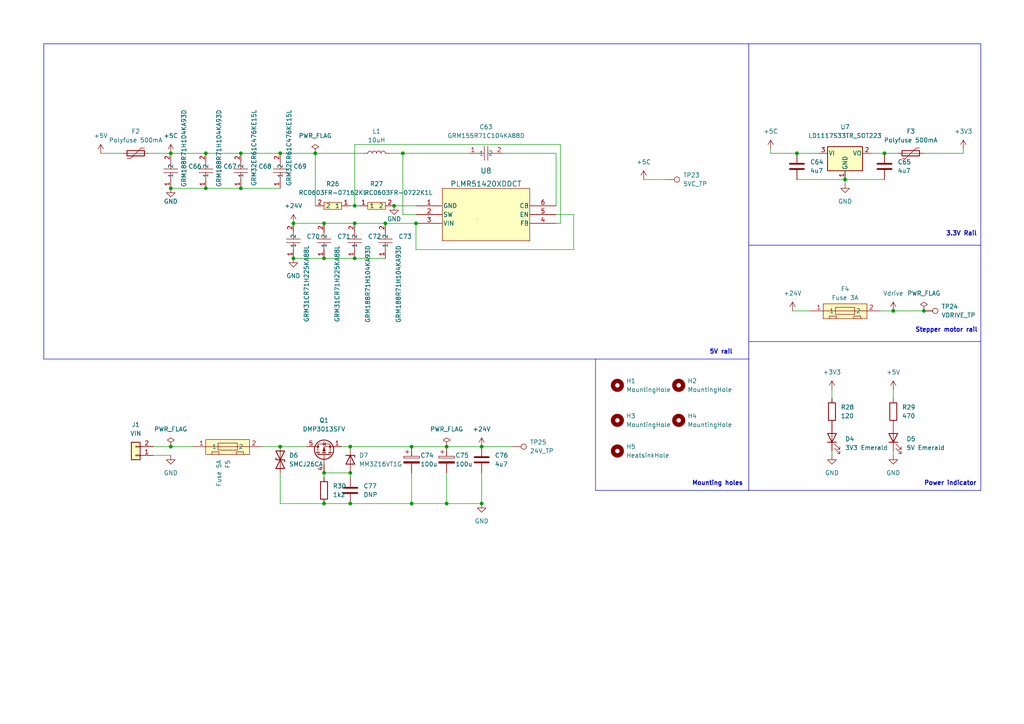
<source format=kicad_sch>
(kicad_sch (version 20230121) (generator eeschema)
  (paper "A4")
  (title_block (title "Power section") (date "2024-02-20") (rev "1.0a") (company "Vogslab"))
  (lib_symbols
    (symbol "Connector:TestPoint" (pin_numbers hide) (pin_names (offset 0.762) hide)
      (property "Reference" "TP" (at 0 6.858 0))
      (property "Value" "TestPoint" (at 0 5.08 0))
      (symbol "TestPoint_0_1"
        (circle (center 0 3.302) (radius 0.762))
      )
      (symbol "TestPoint_1_1"
        (pin passive line (at 0 0 90) (length 2.54) (name "1") (number "1"))
      )
    )
    (symbol "Connector_Generic:Conn_01x02" (pin_names (offset 1.016) hide)
      (property "Reference" "J" (at 0 2.54 0))
      (property "Value" "Conn_01x02" (at 0 -5.08 0))
      (symbol "Conn_01x02_1_1"
        (rectangle (start -1.27 -2.413) (end 0 -2.667) (stroke (width 0.1524)))
        (rectangle (start -1.27 0.127) (end 0 -0.127) (stroke (width 0.1524)))
        (rectangle (start -1.27 1.27) (end 1.27 -3.81) (stroke (width 0.254)) (fill (type background)))
        (pin passive line (at -5.08 0 0) (length 3.81) (name "Pin_1") (number "1"))
        (pin passive line (at -5.08 -2.54 0) (length 3.81) (name "Pin_2") (number "2"))
      )
    )
    (symbol "Device:C" (pin_numbers hide) (pin_names (offset 0.254))
      (property "Reference" "C" (at 0.635 2.54 0))
      (property "Value" "C" (at 0.635 -2.54 0))
      (symbol "C_0_1"
        (polyline (pts (xy -2.032 -0.762) (xy 2.032 -0.762)) (stroke (width 0.508)))
        (polyline (pts (xy -2.032 0.762) (xy 2.032 0.762)) (stroke (width 0.508)))
      )
      (symbol "C_1_1"
        (pin passive line (at 0 3.81 270) (length 2.794) (name "~") (number "1"))
        (pin passive line (at 0 -3.81 90) (length 2.794) (name "~") (number "2"))
      )
    )
    (symbol "Device:C_Polarized" (pin_numbers hide) (pin_names (offset 0.254))
      (property "Reference" "C" (at 0.635 2.54 0))
      (property "Value" "C_Polarized" (at 0.635 -2.54 0))
      (symbol "C_Polarized_0_1"
        (rectangle (start -2.286 0.508) (end 2.286 1.016))
        (polyline (pts (xy -1.778 2.286) (xy -0.762 2.286)))
        (polyline (pts (xy -1.27 2.794) (xy -1.27 1.778)))
        (rectangle (start 2.286 -0.508) (end -2.286 -1.016) (fill (type outline)))
      )
      (symbol "C_Polarized_1_1"
        (pin passive line (at 0 3.81 270) (length 2.794) (name "~") (number "1"))
        (pin passive line (at 0 -3.81 90) (length 2.794) (name "~") (number "2"))
      )
    )
    (symbol "Device:D_TVS" (pin_numbers hide) (pin_names (offset 1.016) hide)
      (property "Reference" "D" (at 0 2.54 0))
      (property "Value" "D_TVS" (at 0 -2.54 0))
      (symbol "D_TVS_0_1"
        (polyline (pts (xy 1.27 0) (xy -1.27 0)))
        (polyline (pts (xy 0.508 1.27) (xy 0 1.27) (xy 0 -1.27) (xy -0.508 -1.27)) (stroke (width 0.254)))
        (polyline (pts (xy -2.54 1.27) (xy -2.54 -1.27) (xy 2.54 1.27) (xy 2.54 -1.27) (xy -2.54 1.27)) (stroke (width 0.254)))
      )
      (symbol "D_TVS_1_1"
        (pin passive line (at -3.81 0 0) (length 2.54) (name "A1") (number "1"))
        (pin passive line (at 3.81 0 180) (length 2.54) (name "A2") (number "2"))
      )
    )
    (symbol "Device:D_Zener" (pin_numbers hide) (pin_names (offset 1.016) hide)
      (property "Reference" "D" (at 0 2.54 0))
      (property "Value" "D_Zener" (at 0 -2.54 0))
      (symbol "D_Zener_0_1"
        (polyline (pts (xy 1.27 0) (xy -1.27 0)))
        (polyline (pts (xy -1.27 -1.27) (xy -1.27 1.27) (xy -0.762 1.27)) (stroke (width 0.254)))
        (polyline (pts (xy 1.27 -1.27) (xy 1.27 1.27) (xy -1.27 0) (xy 1.27 -1.27)) (stroke (width 0.254)))
      )
      (symbol "D_Zener_1_1"
        (pin passive line (at -3.81 0 0) (length 2.54) (name "K") (number "1"))
        (pin passive line (at 3.81 0 180) (length 2.54) (name "A") (number "2"))
      )
    )
    (symbol "Device:L" (pin_numbers hide) (pin_names (offset 1.016) hide)
      (property "Reference" "L" (at -1.27 0 90))
      (property "Value" "L" (at 1.905 0 90))
      (symbol "L_0_1"
        (arc (start 0 -2.54) (mid 0.6323 -1.905) (end 0 -1.27))
        (arc (start 0 -1.27) (mid 0.6323 -0.635) (end 0 0))
        (arc (start 0 0) (mid 0.6323 0.635) (end 0 1.27))
        (arc (start 0 1.27) (mid 0.6323 1.905) (end 0 2.54))
      )
      (symbol "L_1_1"
        (pin passive line (at 0 3.81 270) (length 1.27) (name "1") (number "1"))
        (pin passive line (at 0 -3.81 90) (length 1.27) (name "2") (number "2"))
      )
    )
    (symbol "Device:LED" (pin_numbers hide) (pin_names (offset 1.016) hide)
      (property "Reference" "D" (at 0 2.54 0))
      (property "Value" "LED" (at 0 -2.54 0))
      (symbol "LED_0_1"
        (polyline (pts (xy -1.27 -1.27) (xy -1.27 1.27)) (stroke (width 0.254)))
        (polyline (pts (xy -1.27 0) (xy 1.27 0)))
        (polyline (pts (xy 1.27 -1.27) (xy 1.27 1.27) (xy -1.27 0) (xy 1.27 -1.27)) (stroke (width 0.254)))
        (polyline (pts (xy -3.048 -0.762) (xy -4.572 -2.286) (xy -3.81 -2.286) (xy -4.572 -2.286) (xy -4.572 -1.524)))
        (polyline (pts (xy -1.778 -0.762) (xy -3.302 -2.286) (xy -2.54 -2.286) (xy -3.302 -2.286) (xy -3.302 -1.524)))
      )
      (symbol "LED_1_1"
        (pin passive line (at -3.81 0 0) (length 2.54) (name "K") (number "1"))
        (pin passive line (at 3.81 0 180) (length 2.54) (name "A") (number "2"))
      )
    )
    (symbol "Device:Polyfuse" (pin_numbers hide) (pin_names (offset 0))
      (property "Reference" "F" (at -2.54 0 90))
      (property "Value" "Polyfuse" (at 2.54 0 90))
      (symbol "Polyfuse_0_1"
        (rectangle (start -0.762 2.54) (end 0.762 -2.54) (stroke (width 0.254)))
        (polyline (pts (xy 0 2.54) (xy 0 -2.54)))
        (polyline (pts (xy -1.524 2.54) (xy -1.524 1.524) (xy 1.524 -1.524) (xy 1.524 -2.54)))
      )
      (symbol "Polyfuse_1_1"
        (pin passive line (at 0 3.81 270) (length 1.27) (name "~") (number "1"))
        (pin passive line (at 0 -3.81 90) (length 1.27) (name "~") (number "2"))
      )
    )
    (symbol "Device:R" (pin_numbers hide) (pin_names (offset 0))
      (property "Reference" "R" (at 2.032 0 90))
      (property "Value" "R" (at 0 0 90))
      (symbol "R_0_1"
        (rectangle (start -1.016 -2.54) (end 1.016 2.54) (stroke (width 0.254)))
      )
      (symbol "R_1_1"
        (pin passive line (at 0 3.81 270) (length 1.27) (name "~") (number "1"))
        (pin passive line (at 0 -3.81 90) (length 1.27) (name "~") (number "2"))
      )
    )
    (symbol "Mechanical:MountingHole" (pin_names (offset 1.016))
      (property "Reference" "H" (at 0 5.08 0))
      (property "Value" "MountingHole" (at 0 3.175 0))
      (symbol "MountingHole_0_1"
        (circle (center 0 0) (radius 1.27) (stroke (width 1.27)))
      )
    )
    (symbol "Regulator_Linear:LD1117S33TR_SOT223" (pin_names (offset 0.254))
      (property "Reference" "U" (at -3.81 3.175 0))
      (property "Value" "LD1117S33TR_SOT223" (at 0 3.175 0))
      (symbol "LD1117S33TR_SOT223_0_1"
        (rectangle (start -5.08 -5.08) (end 5.08 1.905) (stroke (width 0.254)) (fill (type background)))
      )
      (symbol "LD1117S33TR_SOT223_1_1"
        (pin power_in line (at 0 -7.62 90) (length 2.54) (name "GND") (number "1"))
        (pin power_out line (at 7.62 0 180) (length 2.54) (name "VO") (number "2"))
        (pin power_in line (at -7.62 0 0) (length 2.54) (name "VI") (number "3"))
      )
    )
    (symbol "Transistor_FET:DMP3013SFV" (pin_names hide)
      (property "Reference" "Q" (at 5.08 1.905 0))
      (property "Value" "DMP3013SFV" (at 5.08 0 0))
      (symbol "DMP3013SFV_0_1"
        (polyline (pts (xy 0.254 0) (xy -2.54 0)))
        (polyline (pts (xy 0.254 1.905) (xy 0.254 -1.905)) (stroke (width 0.254)))
        (polyline (pts (xy 0.762 -1.27) (xy 0.762 -2.286)) (stroke (width 0.254)))
        (polyline (pts (xy 0.762 0.508) (xy 0.762 -0.508)) (stroke (width 0.254)))
        (polyline (pts (xy 0.762 2.286) (xy 0.762 1.27)) (stroke (width 0.254)))
        (polyline (pts (xy 2.54 2.54) (xy 2.54 1.778)))
        (polyline (pts (xy 2.54 -2.54) (xy 2.54 0) (xy 0.762 0)))
        (polyline (pts (xy 0.762 1.778) (xy 3.302 1.778) (xy 3.302 -1.778) (xy 0.762 -1.778)))
        (polyline (pts (xy 2.286 0) (xy 1.27 0.381) (xy 1.27 -0.381) (xy 2.286 0)) (fill (type outline)))
        (polyline (pts (xy 2.794 -0.508) (xy 2.921 -0.381) (xy 3.683 -0.381) (xy 3.81 -0.254)))
        (polyline (pts (xy 3.302 -0.381) (xy 2.921 0.254) (xy 3.683 0.254) (xy 3.302 -0.381)))
        (circle (center 1.651 0) (radius 2.794) (stroke (width 0.254)))
        (circle (center 2.54 -1.778) (radius 0.254) (fill (type outline)))
        (circle (center 2.54 1.778) (radius 0.254) (fill (type outline)))
      )
      (symbol "DMP3013SFV_1_1"
        (pin passive line (at 2.54 -5.08 90) (length 2.54) (name "S") (number "1"))
        (pin passive line (at 2.54 -5.08 90) (length 2.54) hide (name "S") (number "2"))
        (pin passive line (at 2.54 -5.08 90) (length 2.54) hide (name "S") (number "3"))
        (pin passive line (at -5.08 0 0) (length 2.54) (name "G") (number "4"))
        (pin passive line (at 2.54 5.08 270) (length 2.54) (name "D") (number "5"))
      )
    )
    (symbol "easyeda2kicad:GRM155R71C104KA88D"
      (property "Reference" "C" (at 0 5.08 0))
      (property "Value" "GRM155R71C104KA88D" (at 0 -5.08 0))
      (symbol "GRM155R71C104KA88D_0_1"
        (polyline (pts (xy -0.51 -2.03) (xy -0.51 2.03)))
        (polyline (pts (xy -0.51 0) (xy -2.54 0)))
        (polyline (pts (xy 0.51 2.03) (xy 0.51 -2.03)))
        (polyline (pts (xy 2.54 0) (xy 0.51 0)))
        (pin unspecified line (at -5.08 0 0) (length 2.54) (name "1") (number "1"))
        (pin unspecified line (at 5.08 0 180) (length 2.54) (name "2") (number "2"))
      )
    )
    (symbol "easyeda2kicad:GRM188R71H104KA93D"
      (property "Reference" "C" (at 0 5.08 0))
      (property "Value" "GRM188R71H104KA93D" (at 0 -5.08 0))
      (symbol "GRM188R71H104KA93D_0_1"
        (polyline (pts (xy -0.51 -2.03) (xy -0.51 2.03)))
        (polyline (pts (xy -0.51 0) (xy -2.54 0)))
        (polyline (pts (xy 0.51 2.03) (xy 0.51 -2.03)))
        (polyline (pts (xy 2.54 0) (xy 0.51 0)))
        (pin unspecified line (at -5.08 0 0) (length 2.54) (name "1") (number "1"))
        (pin unspecified line (at 5.08 0 180) (length 2.54) (name "2") (number "2"))
      )
    )
    (symbol "easyeda2kicad:GRM31CR71H225KA88L"
      (property "Reference" "C" (at 0 5.08 0))
      (property "Value" "GRM31CR71H225KA88L" (at 0 -5.08 0))
      (symbol "GRM31CR71H225KA88L_0_1"
        (polyline (pts (xy -0.51 -2.03) (xy -0.51 2.03)))
        (polyline (pts (xy -0.51 0) (xy -2.54 0)))
        (polyline (pts (xy 0.51 2.03) (xy 0.51 -2.03)))
        (polyline (pts (xy 2.54 0) (xy 0.51 0)))
        (pin unspecified line (at -5.08 0 0) (length 2.54) (name "1") (number "1"))
        (pin unspecified line (at 5.08 0 180) (length 2.54) (name "2") (number "2"))
      )
    )
    (symbol "easyeda2kicad:GRM32ER61C476KE15L"
      (property "Reference" "C" (at 0 5.08 0))
      (property "Value" "GRM32ER61C476KE15L" (at 0 -5.08 0))
      (symbol "GRM32ER61C476KE15L_0_1"
        (polyline (pts (xy -0.51 -2.03) (xy -0.51 2.03)))
        (polyline (pts (xy -0.51 0) (xy -2.54 0)))
        (polyline (pts (xy 0.51 2.03) (xy 0.51 -2.03)))
        (polyline (pts (xy 2.54 0) (xy 0.51 0)))
        (pin unspecified line (at -5.08 0 0) (length 2.54) (name "1") (number "1"))
        (pin unspecified line (at 5.08 0 180) (length 2.54) (name "2") (number "2"))
      )
    )
    (symbol "easyeda2kicad:PLMR51420XDDCT" (pin_names (offset 0.254))
      (property "Reference" "U8" (at 20.32 10.16 0))
      (property "Value" "PLMR51420XDDCT" (at 20.32 6.35 0))
      (symbol "PLMR51420XDDCT_0_1"
        (rectangle (start 7.62 5.08) (end 33.02 -10.16) (fill (type background)))
        (pin power_out line (at 0 0 0) (length 7.62) (name "GND") (number "1"))
        (pin power_out line (at 0 -2.54 0) (length 7.62) (name "SW") (number "2"))
        (pin power_in line (at 0 -5.08 0) (length 7.62) (name "VIN") (number "3"))
        (pin unspecified line (at 40.64 -5.08 180) (length 7.62) (name "FB") (number "4"))
        (pin unspecified line (at 40.64 -2.54 180) (length 7.62) (name "EN") (number "5"))
        (pin unspecified line (at 40.64 0 180) (length 7.62) (name "CB") (number "6"))
      )
      (symbol "PLMR51420XDDCT_1_1"
        (rectangle (start 17.78 -3.81) (end 17.78 -3.81))
      )
    )
    (symbol "easyeda2kicad:RC0603FR-07162KL"
      (property "Reference" "R" (at 0 5.08 0))
      (property "Value" "RC0603FR-07162KL" (at 0 -5.08 0))
      (symbol "RC0603FR-07162KL_0_1"
        (rectangle (start -2.54 1.02) (end 2.54 -1.02) (fill (type background)))
        (pin unspecified line (at -5.08 0 0) (length 2.54) (name "1") (number "1"))
        (pin unspecified line (at 5.08 0 180) (length 2.54) (name "2") (number "2"))
      )
    )
    (symbol "easyeda2kicad:RC0603FR-0722K1L"
      (property "Reference" "R27" (at 0 6.35 0))
      (property "Value" "RC0603FR-0722K1L" (at 6.35 3.81 0))
      (symbol "RC0603FR-0722K1L_0_1"
        (rectangle (start -2.54 1.02) (end 2.54 -1.02) (fill (type background)))
        (pin passive line (at -5.08 0 0) (length 2.54) (name "1") (number "1"))
        (pin passive line (at 5.08 0 180) (length 2.54) (name "2") (number "2"))
      )
    )
    (symbol "fuse:XF-506P"
      (property "Reference" "FH" (at 0 5.08 0))
      (property "Value" "XF-506P" (at 0 -5.08 0))
      (symbol "XF-506P_0_1"
        (rectangle (start -6.35 2.03) (end 6.35 -2.29) (fill (type background)))
        (rectangle (start -2.79 1.02) (end 2.79 -1.02) (fill (type background)))
        (polyline (pts (xy -5.08 0) (xy 5.08 0)))
        (polyline (pts (xy -4.57 -2.29) (xy -4.57 -1.52) (xy -2.54 -1.52) (xy -2.54 -2.29)))
        (polyline (pts (xy 2.54 -2.29) (xy 2.54 -1.52) (xy 4.57 -1.52) (xy 4.57 -2.29) (xy 4.57 -2.29)))
        (pin unspecified line (at -10.16 0 0) (length 5.08) (name "1") (number "1"))
        (pin unspecified line (at 10.16 0 180) (length 5.08) (name "2") (number "2"))
      )
    )
    (symbol "power:+24V" (power) (pin_names (offset 0))
      (property "Value" "+24V" (at 0 3.556 0))
      (symbol "+24V_0_1"
        (polyline (pts (xy -0.762 1.27) (xy 0 2.54)))
        (polyline (pts (xy 0 0) (xy 0 2.54)))
        (polyline (pts (xy 0 2.54) (xy 0.762 1.27)))
      )
      (symbol "+24V_1_1"
        (pin power_in line (at 0 0 90) (length 0) hide (name "+24V") (number "1"))
      )
    )
    (symbol "power:+3V3" (power) (pin_names (offset 0))
      (property "Value" "+3V3" (at 0 3.556 0))
      (symbol "+3V3_0_1"
        (polyline (pts (xy -0.762 1.27) (xy 0 2.54)))
        (polyline (pts (xy 0 0) (xy 0 2.54)))
        (polyline (pts (xy 0 2.54) (xy 0.762 1.27)))
      )
      (symbol "+3V3_1_1"
        (pin power_in line (at 0 0 90) (length 0) hide (name "+3V3") (number "1"))
      )
    )
    (symbol "power:+5C" (power) (pin_names (offset 0))
      (property "Value" "+5C" (at 0 3.556 0))
      (symbol "+5C_0_1"
        (polyline (pts (xy -0.762 1.27) (xy 0 2.54)))
        (polyline (pts (xy 0 0) (xy 0 2.54)))
        (polyline (pts (xy 0 2.54) (xy 0.762 1.27)))
      )
      (symbol "+5C_1_1"
        (pin power_in line (at 0 0 90) (length 0) hide (name "+5C") (number "1"))
      )
    )
    (symbol "power:+5V" (power) (pin_names (offset 0))
      (property "Value" "+5V" (at 0 3.556 0))
      (symbol "+5V_0_1"
        (polyline (pts (xy -0.762 1.27) (xy 0 2.54)))
        (polyline (pts (xy 0 0) (xy 0 2.54)))
        (polyline (pts (xy 0 2.54) (xy 0.762 1.27)))
      )
      (symbol "+5V_1_1"
        (pin power_in line (at 0 0 90) (length 0) hide (name "+5V") (number "1"))
      )
    )
    (symbol "power:GND" (power) (pin_names (offset 0))
      (property "Value" "GND" (at 0 -3.81 0))
      (symbol "GND_0_1"
        (polyline (pts (xy 0 0) (xy 0 -1.27) (xy 1.27 -1.27) (xy 0 -2.54) (xy -1.27 -1.27) (xy 0 -1.27)))
      )
      (symbol "GND_1_1"
        (pin power_in line (at 0 0 270) (length 0) hide (name "GND") (number "1"))
      )
    )
    (symbol "power:PWR_FLAG" (power) (pin_numbers hide) (pin_names (offset 0) hide)
      (property "Value" "PWR_FLAG" (at 0 3.81 0))
      (symbol "PWR_FLAG_0_0"
        (pin power_out line (at 0 0 90) (length 0) (name "pwr") (number "1"))
      )
      (symbol "PWR_FLAG_0_1"
        (polyline (pts (xy 0 0) (xy 0 1.27) (xy -1.016 1.905) (xy 0 2.54) (xy 1.016 1.905) (xy 0 1.27)))
      )
    )
    (symbol "power:Vdrive" (power) (pin_names (offset 0))
      (property "Value" "Vdrive" (at 0 3.81 0))
      (symbol "Vdrive_0_1"
        (polyline (pts (xy -0.762 1.27) (xy 0 2.54)))
        (polyline (pts (xy 0 0) (xy 0 2.54)))
        (polyline (pts (xy 0 2.54) (xy 0.762 1.27)))
      )
      (symbol "Vdrive_1_1"
        (pin power_in line (at 0 0 90) (length 0) hide (name "Vdrive") (number "1"))
      )
    )
  )
  (junction (at 81.28 44.45))
  (junction (at 102.87 74.93))
  (junction (at 245.11 52.07))
  (junction (at 256.54 44.45))
  (junction (at 119.38 129.54))
  (junction (at 111.76 64.77))
  (junction (at 59.69 54.61))
  (junction (at 93.98 64.77))
  (junction (at 139.7 146.05))
  (junction (at 267.97 90.17))
  (junction (at 85.09 64.77))
  (junction (at 259.08 90.17))
  (junction (at 59.69 44.45))
  (junction (at 101.6 146.05))
  (junction (at 102.87 59.69))
  (junction (at 231.14 44.45))
  (junction (at 116.84 44.45))
  (junction (at 93.98 137.16))
  (junction (at 93.98 74.93))
  (junction (at 120.65 64.77))
  (junction (at 129.54 146.05))
  (junction (at 49.53 129.54))
  (junction (at 81.28 129.54))
  (junction (at 129.54 129.54))
  (junction (at 102.87 64.77))
  (junction (at 114.3 59.69))
  (junction (at 49.53 44.45))
  (junction (at 93.98 146.05))
  (junction (at 101.6 129.54))
  (junction (at 85.09 74.93))
  (junction (at 119.38 146.05))
  (junction (at 69.85 54.61))
  (junction (at 49.53 54.61))
  (junction (at 101.6 137.16))
  (junction (at 91.44 44.45))
  (junction (at 69.85 44.45))
  (junction (at 139.7 129.54))
  (wire (pts (xy 69.85 54.61) (xy 81.28 54.61)))
  (wire (pts (xy 241.3 130.81) (xy 241.3 132.08)))
  (wire (pts (xy 162.56 64.77) (xy 162.56 41.91)))
  (polyline (pts (xy 172.72 142.24) (xy 172.72 104.14)))
  (wire (pts (xy 81.28 129.54) (xy 88.9 129.54)))
  (wire (pts (xy 69.85 44.45) (xy 81.28 44.45)))
  (wire (pts (xy 256.54 44.45) (xy 260.35 44.45)))
  (wire (pts (xy 99.06 129.54) (xy 101.6 129.54)))
  (wire (pts (xy 162.56 41.91) (xy 102.87 41.91)))
  (wire (pts (xy 231.14 52.07) (xy 245.11 52.07)))
  (wire (pts (xy 166.37 62.23) (xy 166.37 72.39)))
  (wire (pts (xy 81.28 146.05) (xy 93.98 146.05)))
  (wire (pts (xy 161.29 62.23) (xy 166.37 62.23)))
  (wire (pts (xy 101.6 59.69) (xy 102.87 59.69)))
  (wire (pts (xy 259.08 130.81) (xy 259.08 132.08)))
  (wire (pts (xy 119.38 146.05) (xy 119.38 137.16)))
  (wire (pts (xy 85.09 64.77) (xy 93.98 64.77)))
  (wire (pts (xy 55.88 129.54) (xy 49.53 129.54)))
  (wire (pts (xy 101.6 137.16) (xy 101.6 138.43)))
  (wire (pts (xy 93.98 146.05) (xy 101.6 146.05)))
  (polyline (pts (xy 217.17 71.12) (xy 217.17 99.06)))
  (wire (pts (xy 49.53 44.45) (xy 59.69 44.45)))
  (wire (pts (xy 245.11 52.07) (xy 256.54 52.07)))
  (polyline (pts (xy 217.17 12.7) (xy 217.17 71.12)))
  (wire (pts (xy 43.18 44.45) (xy 49.53 44.45)))
  (wire (pts (xy 161.29 64.77) (xy 162.56 64.77)))
  (wire (pts (xy 231.14 44.45) (xy 237.49 44.45)))
  (polyline (pts (xy 217.17 142.24) (xy 172.72 142.24)))
  (wire (pts (xy 223.52 44.45) (xy 231.14 44.45)))
  (polyline (pts (xy 217.17 12.7) (xy 12.7 12.7)))
  (wire (pts (xy 129.54 146.05) (xy 129.54 137.16)))
  (wire (pts (xy 186.69 52.07) (xy 193.04 52.07)))
  (polyline (pts (xy 284.48 99.06) (xy 284.48 71.12)))
  (wire (pts (xy 93.98 137.16) (xy 101.6 137.16)))
  (wire (pts (xy 139.7 146.05) (xy 139.7 137.16)))
  (wire (pts (xy 166.37 72.39) (xy 120.65 72.39)))
  (wire (pts (xy 252.73 44.45) (xy 256.54 44.45)))
  (wire (pts (xy 229.87 90.17) (xy 234.95 90.17)))
  (polyline (pts (xy 217.17 99.06) (xy 284.48 99.06)))
  (wire (pts (xy 129.54 146.05) (xy 139.7 146.05)))
  (wire (pts (xy 129.54 129.54) (xy 139.7 129.54)))
  (wire (pts (xy 76.2 129.54) (xy 81.28 129.54)))
  (polyline (pts (xy 284.48 12.7) (xy 217.17 12.7)))
  (wire (pts (xy 139.7 129.54) (xy 148.59 129.54)))
  (wire (pts (xy 93.98 74.93) (xy 102.87 74.93)))
  (wire (pts (xy 101.6 129.54) (xy 119.38 129.54)))
  (wire (pts (xy 120.65 62.23) (xy 116.84 62.23)))
  (wire (pts (xy 29.21 44.45) (xy 35.56 44.45)))
  (wire (pts (xy 81.28 146.05) (xy 81.28 137.16)))
  (polyline (pts (xy 284.48 142.24) (xy 284.48 99.06)))
  (wire (pts (xy 119.38 146.05) (xy 129.54 146.05)))
  (wire (pts (xy 44.45 132.08) (xy 49.53 132.08)))
  (wire (pts (xy 114.3 59.69) (xy 120.65 59.69)))
  (wire (pts (xy 259.08 113.03) (xy 259.08 115.57)))
  (wire (pts (xy 85.09 74.93) (xy 93.98 74.93)))
  (wire (pts (xy 116.84 44.45) (xy 135.89 44.45)))
  (wire (pts (xy 119.38 129.54) (xy 129.54 129.54)))
  (wire (pts (xy 146.05 44.45) (xy 161.29 44.45)))
  (wire (pts (xy 91.44 44.45) (xy 91.44 59.69)))
  (wire (pts (xy 120.65 72.39) (xy 120.65 64.77)))
  (wire (pts (xy 223.52 43.18) (xy 223.52 44.45)))
  (wire (pts (xy 116.84 62.23) (xy 116.84 44.45)))
  (wire (pts (xy 49.53 129.54) (xy 44.45 129.54)))
  (wire (pts (xy 59.69 44.45) (xy 69.85 44.45)))
  (wire (pts (xy 161.29 44.45) (xy 161.29 59.69)))
  (polyline (pts (xy 284.48 71.12) (xy 284.48 12.7)))
  (wire (pts (xy 59.69 54.61) (xy 69.85 54.61)))
  (wire (pts (xy 93.98 64.77) (xy 102.87 64.77)))
  (polyline (pts (xy 217.17 12.7) (xy 217.17 12.7)))
  (wire (pts (xy 102.87 59.69) (xy 104.14 59.69)))
  (wire (pts (xy 102.87 41.91) (xy 102.87 59.69)))
  (polyline (pts (xy 217.17 71.12) (xy 284.48 71.12)))
  (polyline (pts (xy 12.7 104.14) (xy 217.17 104.14)))
  (wire (pts (xy 81.28 44.45) (xy 91.44 44.45)))
  (wire (pts (xy 101.6 146.05) (xy 119.38 146.05)))
  (wire (pts (xy 259.08 90.17) (xy 267.97 90.17)))
  (wire (pts (xy 267.97 44.45) (xy 279.4 44.45)))
  (wire (pts (xy 113.03 44.45) (xy 116.84 44.45)))
  (wire (pts (xy 81.28 45.72) (xy 81.28 44.45)))
  (wire (pts (xy 93.98 137.16) (xy 93.98 138.43)))
  (wire (pts (xy 102.87 64.77) (xy 111.76 64.77)))
  (wire (pts (xy 255.27 90.17) (xy 259.08 90.17)))
  (polyline (pts (xy 217.17 99.06) (xy 217.17 142.24)))
  (wire (pts (xy 245.11 53.34) (xy 245.11 52.07)))
  (wire (pts (xy 49.53 54.61) (xy 59.69 54.61)))
  (wire (pts (xy 111.76 64.77) (xy 120.65 64.77)))
  (wire (pts (xy 279.4 43.18) (xy 279.4 44.45)))
  (polyline (pts (xy 12.7 12.7) (xy 12.7 104.14)))
  (wire (pts (xy 241.3 113.03) (xy 241.3 115.57)))
  (wire (pts (xy 105.41 44.45) (xy 91.44 44.45)))
  (polyline (pts (xy 217.17 142.24) (xy 284.48 142.24)))
  (wire (pts (xy 102.87 74.93) (xy 111.76 74.93)))
  (text "Stepper motor rail" (at 265.43 96.52 0) (effects (font (size 1.27 1.27) bold) (justify left bottom)))
  (text "5V rail" (at 205.74 102.87 0) (effects (font (size 1.27 1.27) bold) (justify left bottom)))
  (text "Mounting holes" (at 200.66 140.97 0) (effects (font (size 1.27 1.27) (thickness 0.254) bold) (justify left bottom)))
  (text "3.3V Rail" (at 274.32 68.58 0) (effects (font (size 1.27 1.27) (thickness 0.254) bold) (justify left bottom)))
  (text "Power indicator" (at 267.97 140.97 0) (effects (font (size 1.27 1.27) bold) (justify left bottom)))
  (symbol (lib_id "power:+5V") (at 29.21 44.45 0) (unit 1)
    (property "Reference" "#PWR095" (effects hide))
    (property "Value" "+5V" (at 29.21 39.37 0))
  )
  (symbol (lib_id "Connector:TestPoint") (at 148.59 129.54 270) (unit 1)
    (property "Reference" "TP25" (at 153.67 128.2699 90) (effects (justify left)))
    (property "Value" "24V_TP" (at 153.67 130.81 90) (effects (justify left)))
    (property "Footprint" "TestPoint:TestPoint_Pad_D1.5mm" (effects hide))
  )
  (symbol (lib_id "easyeda2kicad:GRM188R71H104KA93D") (at 59.69 49.53 90) (unit 1)
    (property "Reference" "C67" (at 64.77 48.26 90) (effects (justify right)))
    (property "Value" "GRM188R71H104KA93D" (at 63.5 31.75 0) (effects (justify right)))
    (property "Footprint" "easyeda2kicad:C0603" (effects hide))
    (property "Datasheet" "https://lcsc.com/product-detail/Multilayer-Ceramic-Capacitors-MLCC-SMD-SMT_muRata_GRM188R71H104KA93D_100nF-104-10-50V_C77055.html" (effects hide))
    (property "Manufacturer" "muRata(村田)" (effects hide))
    (property "LCSC Part" "C77055" (effects hide))
    (property "JLC Part" "Extended Part" (effects hide))
  )
  (symbol (lib_id "power:GND") (at 49.53 132.08 0) (unit 1)
    (property "Reference" "#PWR0108" (effects hide))
    (property "Value" "GND" (at 49.53 137.16 0))
  )
  (symbol (lib_id "power:GND") (at 259.08 132.08 0) (unit 1)
    (property "Reference" "#PWR0110" (effects hide))
    (property "Value" "GND" (at 259.08 137.16 0))
  )
  (symbol (lib_id "Device:C_Polarized") (at 119.38 133.35 0) (unit 1)
    (property "Reference" "C74" (at 121.92 132.08 0) (effects (justify left)))
    (property "Value" "100u" (at 121.92 134.62 0) (effects (justify left)))
    (property "Footprint" "Capacitor_THT:CP_Radial_D8.0mm_P3.50mm" (effects hide))
    (property "LSCS_id" "C171434" (effects hide))
  )
  (symbol (lib_id "Device:C") (at 231.14 48.26 0) (unit 1)
    (property "Reference" "C64" (at 234.95 46.9899 0) (effects (justify left)))
    (property "Value" "4u7" (at 234.95 49.5299 0) (effects (justify left)))
    (property "Footprint" "Capacitor_SMD:C_0805_2012Metric_Pad1.18x1.45mm_HandSolder" (effects hide))
    (property "LCSC_id" "C98192" (effects hide))
  )
  (symbol (lib_id "fuse:XF-506P") (at 245.11 90.17 0) (unit 1)
    (property "Reference" "F4" (at 245.11 83.82 0))
    (property "Value" "Fuse 3A" (at 245.11 86.36 0))
    (property "Footprint" "fuse:FUSE-TH_XF-506P" (effects hide))
    (property "Datasheet" "https://lcsc.com/product-detail/New-Arrivals_XFCN-XF-506_C492610.html" (effects hide))
    (property "LCSC_id" "C2935468" (effects hide))
    (property "LCSC Part" "C492610" (effects hide))
  )
  (symbol (lib_id "power:+5C") (at 186.69 52.07 0) (unit 1)
    (property "Reference" "#PWR097" (effects hide))
    (property "Value" "+5C" (at 186.69 46.99 0))
  )
  (symbol (lib_id "power:+5C") (at 49.53 44.45 0) (unit 1)
    (property "Reference" "#PWR096" (effects hide))
    (property "Value" "+5C" (at 49.53 39.37 0))
  )
  (symbol (lib_id "easyeda2kicad:GRM188R71H104KA93D") (at 49.53 49.53 90) (unit 1)
    (property "Reference" "C66" (at 54.61 48.26 90) (effects (justify right)))
    (property "Value" "GRM188R71H104KA93D" (at 53.34 31.75 0) (effects (justify right)))
    (property "Footprint" "easyeda2kicad:C0603" (effects hide))
    (property "Datasheet" "https://lcsc.com/product-detail/Multilayer-Ceramic-Capacitors-MLCC-SMD-SMT_muRata_GRM188R71H104KA93D_100nF-104-10-50V_C77055.html" (effects hide))
    (property "Manufacturer" "muRata(村田)" (effects hide))
    (property "LCSC Part" "C77055" (effects hide))
    (property "JLC Part" "Extended Part" (effects hide))
  )
  (symbol (lib_id "Device:C_Polarized") (at 129.54 133.35 0) (unit 1)
    (property "Reference" "C75" (at 132.08 132.08 0) (effects (justify left)))
    (property "Value" "100u" (at 132.08 134.62 0) (effects (justify left)))
    (property "Footprint" "Capacitor_THT:CP_Radial_D8.0mm_P3.50mm" (effects hide))
    (property "LSCS_id" "C171434" (effects hide))
  )
  (symbol (lib_id "power:+5V") (at 259.08 113.03 0) (unit 1)
    (property "Reference" "#PWR0106" (effects hide))
    (property "Value" "+5V" (at 259.08 107.95 0))
  )
  (symbol (lib_id "power:GND") (at 139.7 146.05 0) (unit 1)
    (property "Reference" "#PWR0111" (effects hide))
    (property "Value" "GND" (at 139.7 151.13 0))
  )
  (symbol (lib_id "power:PWR_FLAG") (at 91.44 44.45 0) (unit 1)
    (property "Reference" "#FLG01" (effects hide))
    (property "Value" "PWR_FLAG" (at 91.44 39.37 0))
  )
  (symbol (lib_id "easyeda2kicad:GRM155R71C104KA88D") (at 140.97 44.45 0) (unit 1)
    (property "Reference" "C63" (at 140.97 36.83 0))
    (property "Value" "GRM155R71C104KA88D" (at 140.97 39.37 0))
    (property "Footprint" "easyeda2kicad:C0402" (effects hide))
    (property "Datasheet" "https://lcsc.com/product-detail/Multilayer-Ceramic-Capacitors-MLCC-SMD-SMT_muRata_GRM155R71C104KA88D_100nF-104-10-16V_C71629.html" (effects hide))
    (property "Manufacturer" "muRata(村田)" (effects hide))
    (property "LCSC Part" "C71629" (effects hide))
    (property "JLC Part" "Extended Part" (effects hide))
  )
  (symbol (lib_id "Mechanical:MountingHole") (at 179.07 111.76 0) (unit 1)
    (property "Reference" "H1" (at 181.61 110.49 0) (effects (justify left)))
    (property "Value" "MountingHole" (at 181.61 113.03 0) (effects (justify left)))
    (property "Footprint" "MountingHole:MountingHole_3.2mm_M3" (effects hide))
  )
  (symbol (lib_id "power:+5C") (at 223.52 43.18 0) (unit 1)
    (property "Reference" "#PWR093" (effects hide))
    (property "Value" "+5C" (at 223.52 38.1 0))
  )
  (symbol (lib_id "Device:C") (at 101.6 142.24 0) (unit 1)
    (property "Reference" "C77" (at 105.41 140.9699 0) (effects (justify left)))
    (property "Value" "DNP" (at 105.41 143.5099 0) (effects (justify left)))
    (property "Footprint" "Capacitor_SMD:C_0805_2012Metric_Pad1.18x1.45mm_HandSolder" (effects hide))
  )
  (symbol (lib_id "Device:D_Zener") (at 101.6 133.35 270) (unit 1)
    (property "Reference" "D7" (at 104.14 132.0799 90) (effects (justify left)))
    (property "Value" "MM3Z16VT1G" (at 104.14 134.62 90) (effects (justify left)))
    (property "Footprint" "Diode_SMD:D_SOD-323_HandSoldering" (effects hide))
    (property "LCSC_id" "C150089" (effects hide))
  )
  (symbol (lib_id "power:+24V") (at 85.09 64.77 0) (unit 1)
    (property "Reference" "#PWR0101" (effects hide))
    (property "Value" "+24V" (at 85.09 59.69 0))
  )
  (symbol (lib_id "power:GND") (at 245.11 53.34 0) (unit 1)
    (property "Reference" "#PWR098" (effects hide))
    (property "Value" "GND" (at 245.11 58.42 0))
  )
  (symbol (lib_id "Device:L") (at 109.22 44.45 90) (unit 1)
    (property "Reference" "L1" (at 109.22 38.1 90))
    (property "Value" "10uH" (at 109.22 40.64 90))
    (property "Footprint" "Inductor_SMD:L_Bourns_SRR1260" (effects hide))
    (property "LCSC_id" "C2041557" (effects hide))
  )
  (symbol (lib_id "Device:C") (at 256.54 48.26 0) (unit 1)
    (property "Reference" "C65" (at 260.35 46.9899 0) (effects (justify left)))
    (property "Value" "4u7" (at 260.35 49.5299 0) (effects (justify left)))
    (property "Footprint" "Capacitor_SMD:C_0805_2012Metric_Pad1.18x1.45mm_HandSolder" (effects hide))
    (property "LCSC_id" "C98192" (effects hide))
  )
  (symbol (lib_id "easyeda2kicad:GRM32ER61C476KE15L") (at 69.85 49.53 90) (unit 1)
    (property "Reference" "C68" (at 74.93 48.26 90) (effects (justify right)))
    (property "Value" "GRM32ER61C476KE15L" (at 73.66 31.75 0) (effects (justify right)))
    (property "Footprint" "easyeda2kicad:C1210" (effects hide))
    (property "Datasheet" "https://lcsc.com/product-detail/Multilayer-Ceramic-Capacitors-MLCC-SMD-SMT_muRata_GRM32ER61C476KE15L_47uF-476-10-16V_C77101.html" (effects hide))
    (property "Manufacturer" "muRata(村田)" (effects hide))
    (property "LCSC Part" "C77101" (effects hide))
    (property "JLC Part" "Extended Part" (effects hide))
  )
  (symbol (lib_id "power:+24V") (at 229.87 90.17 0) (unit 1)
    (property "Reference" "#PWR0103" (effects hide))
    (property "Value" "+24V" (at 229.87 85.09 0))
  )
  (symbol (lib_id "power:GND") (at 241.3 132.08 0) (unit 1)
    (property "Reference" "#PWR0109" (effects hide))
    (property "Value" "GND" (at 241.3 137.16 0))
  )
  (symbol (lib_id "power:GND") (at 85.09 74.93 0) (unit 1)
    (property "Reference" "#PWR0102" (effects hide))
    (property "Value" "GND" (at 85.09 80.01 0))
  )
  (symbol (lib_id "Device:LED") (at 241.3 127 90) (unit 1)
    (property "Reference" "D4" (at 245.11 127.3174 90) (effects (justify right)))
    (property "Value" "3V3 Emerald" (at 245.11 129.8574 90) (effects (justify right)))
    (property "Footprint" "LED_SMD:LED_0805_2012Metric_Pad1.15x1.40mm_HandSolder" (effects hide))
    (property "LCSC_id" "C965815" (effects hide))
  )
  (symbol (lib_id "Device:R") (at 259.08 119.38 0) (unit 1)
    (property "Reference" "R29" (at 261.62 118.1099 0) (effects (justify left)))
    (property "Value" "470" (at 261.62 120.6499 0) (effects (justify left)))
    (property "Footprint" "Resistor_SMD:R_0603_1608Metric_Pad0.98x0.95mm_HandSolder" (effects hide))
    (property "LCSC_id" "C5140094" (effects hide))
  )
  (symbol (lib_id "Device:Polyfuse") (at 39.37 44.45 90) (unit 1)
    (property "Reference" "F2" (at 39.37 38.1 90))
    (property "Value" "Polyfuse 500mA" (at 39.37 40.64 90))
    (property "Footprint" "Fuse:Fuse_1812_4532Metric_Pad1.30x3.40mm_HandSolder" (effects hide))
    (property "LCSC_id" "C2649901" (effects hide))
  )
  (symbol (lib_id "power:+3V3") (at 241.3 113.03 0) (unit 1)
    (property "Reference" "#PWR0105" (effects hide))
    (property "Value" "+3V3" (at 241.3 107.95 0))
  )
  (symbol (lib_id "Mechanical:MountingHole") (at 196.85 111.76 0) (unit 1)
    (property "Reference" "H2" (at 199.39 110.49 0) (effects (justify left)))
    (property "Value" "MountingHole" (at 199.39 113.03 0) (effects (justify left)))
    (property "Footprint" "MountingHole:MountingHole_3.2mm_M3" (effects hide))
  )
  (symbol (lib_id "Regulator_Linear:LD1117S33TR_SOT223") (at 245.11 44.45 0) (unit 1)
    (property "Reference" "U7" (at 245.11 36.83 0))
    (property "Value" "LD1117S33TR_SOT223" (at 245.11 39.37 0))
    (property "Footprint" "Package_TO_SOT_SMD:SOT-223-3_TabPin2" (effects hide))
    (property "Datasheet" "http://www.st.com/st-web-ui/static/active/en/resource/technical/document/datasheet/CD00000544.pdf" (effects hide))
    (property "LCSC_id" "C35879" (effects hide))
  )
  (symbol (lib_id "Device:R") (at 241.3 119.38 0) (unit 1)
    (property "Reference" "R28" (at 243.84 118.1099 0) (effects (justify left)))
    (property "Value" "120" (at 243.84 120.6499 0) (effects (justify left)))
    (property "Footprint" "Resistor_SMD:R_0603_1608Metric_Pad0.98x0.95mm_HandSolder" (effects hide))
    (property "LCSC_id" "C2906988" (effects hide))
  )
  (symbol (lib_id "easyeda2kicad:GRM31CR71H225KA88L") (at 93.98 69.85 90) (unit 1)
    (property "Reference" "C71" (at 97.79 68.5799 90) (effects (justify right)))
    (property "Value" "GRM31CR71H225KA88L" (at 97.79 71.1199 0) (effects (justify right)))
    (property "Footprint" "easyeda2kicad:C1206" (effects hide))
    (property "Datasheet" "https://lcsc.com/product-detail/Multilayer-Ceramic-Capacitors-MLCC-SMD-SMT_muRata_GRM31CR71H225KA88L_2-2uF-225-10-50V_C77095.html" (effects hide))
    (property "Manufacturer" "muRata(村田)" (effects hide))
    (property "LCSC Part" "C77095" (effects hide))
    (property "JLC Part" "Extended Part" (effects hide))
  )
  (symbol (lib_id "Mechanical:MountingHole") (at 179.07 121.92 0) (unit 1)
    (property "Reference" "H3" (at 181.61 120.65 0) (effects (justify left)))
    (property "Value" "MountingHole" (at 181.61 123.19 0) (effects (justify left)))
    (property "Footprint" "MountingHole:MountingHole_3.2mm_M3" (effects hide))
  )
  (symbol (lib_id "Device:D_TVS") (at 81.28 133.35 90) (unit 1)
    (property "Reference" "D6" (at 83.82 132.0799 90) (effects (justify right)))
    (property "Value" "SMCJ26CA" (at 83.82 134.6199 90) (effects (justify right)))
    (property "Footprint" "Diode_SMD:D_SMC_Handsoldering" (effects hide))
    (property "LCSC_id" "C151280" (effects hide))
  )
  (symbol (lib_id "Mechanical:MountingHole") (at 196.85 121.92 0) (unit 1)
    (property "Reference" "H4" (at 199.39 120.65 0) (effects (justify left)))
    (property "Value" "MountingHole" (at 199.39 123.19 0) (effects (justify left)))
    (property "Footprint" "MountingHole:MountingHole_3.2mm_M3" (effects hide))
  )
  (symbol (lib_id "easyeda2kicad:GRM188R71H104KA93D") (at 111.76 69.85 90) (unit 1)
    (property "Reference" "C73" (at 115.57 68.5799 90) (effects (justify right)))
    (property "Value" "GRM188R71H104KA93D" (at 115.57 71.1199 0) (effects (justify right)))
    (property "Footprint" "easyeda2kicad:C0603" (effects hide))
    (property "Datasheet" "https://lcsc.com/product-detail/Multilayer-Ceramic-Capacitors-MLCC-SMD-SMT_muRata_GRM188R71H104KA93D_100nF-104-10-50V_C77055.html" (effects hide))
    (property "Manufacturer" "muRata(村田)" (effects hide))
    (property "LCSC Part" "C77055" (effects hide))
    (property "JLC Part" "Extended Part" (effects hide))
  )
  (symbol (lib_id "easyeda2kicad:GRM188R71H104KA93D") (at 102.87 69.85 90) (unit 1)
    (property "Reference" "C72" (at 106.68 68.5799 90) (effects (justify right)))
    (property "Value" "GRM188R71H104KA93D" (at 106.68 71.1199 0) (effects (justify right)))
    (property "Footprint" "easyeda2kicad:C0603" (effects hide))
    (property "Datasheet" "https://lcsc.com/product-detail/Multilayer-Ceramic-Capacitors-MLCC-SMD-SMT_muRata_GRM188R71H104KA93D_100nF-104-10-50V_C77055.html" (effects hide))
    (property "Manufacturer" "muRata(村田)" (effects hide))
    (property "LCSC Part" "C77055" (effects hide))
    (property "JLC Part" "Extended Part" (effects hide))
  )
  (symbol (lib_id "power:+3V3") (at 279.4 43.18 0) (unit 1)
    (property "Reference" "#PWR094" (effects hide))
    (property "Value" "+3V3" (at 279.4 38.1 0))
  )
  (symbol (lib_id "Connector:TestPoint") (at 267.97 90.17 270) (unit 1)
    (property "Reference" "TP24" (at 273.05 88.8999 90) (effects (justify left)))
    (property "Value" "VDRIVE_TP" (at 273.05 91.44 90) (effects (justify left)))
    (property "Footprint" "TestPoint:TestPoint_Pad_D1.5mm" (effects hide))
  )
  (symbol (lib_id "power:GND") (at 49.53 54.61 0) (unit 1)
    (property "Reference" "#PWR099" (effects hide))
    (property "Value" "GND" (at 49.53 58.42 0))
  )
  (symbol (lib_id "Transistor_FET:DMP3013SFV") (at 93.98 132.08 90) (unit 1)
    (property "Reference" "Q1" (at 93.98 121.92 90))
    (property "Value" "DMP3013SFV" (at 93.98 124.46 90))
    (property "Footprint" "Package_SON:Diodes_PowerDI3333-8" (effects hide))
    (property "Datasheet" "https://www.diodes.com/assets/Datasheets/DMP3013SFV.pdf" (effects hide))
    (property "LCSC_id" "C264098" (effects hide))
  )
  (symbol (lib_id "easyeda2kicad:PLMR51420XDDCT") (at 120.65 59.69 0) (unit 1)
    (property "Reference" "U8" (at 140.97 49.53 0) (effects (font (size 1.524 1.524))))
    (property "Value" "PLMR51420XDDCT" (at 140.97 53.34 0) (effects (font (size 1.524 1.524))))
    (property "Footprint" "easyeda2kicad:SOT-23-THIN-6_DDC_TEX" (effects hide))
    (property "Datasheet" "PLMR51420XDDCT" (effects hide))
    (property "LCSC_id" "C5246146" (effects hide))
  )
  (symbol (lib_id "Connector:TestPoint") (at 193.04 52.07 270) (unit 1)
    (property "Reference" "TP23" (at 198.12 50.7999 90) (effects (justify left)))
    (property "Value" "5VC_TP" (at 198.12 53.34 90) (effects (justify left)))
    (property "Footprint" "TestPoint:TestPoint_Pad_D1.5mm" (effects hide))
  )
  (symbol (lib_id "power:PWR_FLAG") (at 267.97 90.17 0) (unit 1)
    (property "Reference" "#FLG03" (effects hide))
    (property "Value" "PWR_FLAG" (at 267.97 85.09 0))
  )
  (symbol (lib_id "easyeda2kicad:GRM31CR71H225KA88L") (at 85.09 69.85 90) (unit 1)
    (property "Reference" "C70" (at 88.9 68.5799 90) (effects (justify right)))
    (property "Value" "GRM31CR71H225KA88L" (at 88.9 71.1199 0) (effects (justify right)))
    (property "Footprint" "easyeda2kicad:C1206" (effects hide))
    (property "Datasheet" "https://lcsc.com/product-detail/Multilayer-Ceramic-Capacitors-MLCC-SMD-SMT_muRata_GRM31CR71H225KA88L_2-2uF-225-10-50V_C77095.html" (effects hide))
    (property "Manufacturer" "muRata(村田)" (effects hide))
    (property "LCSC Part" "C77095" (effects hide))
    (property "JLC Part" "Extended Part" (effects hide))
  )
  (symbol (lib_id "Device:Polyfuse") (at 264.16 44.45 90) (unit 1)
    (property "Reference" "F3" (at 264.16 38.1 90))
    (property "Value" "Polyfuse 500mA" (at 264.16 40.64 90))
    (property "Footprint" "Fuse:Fuse_1812_4532Metric_Pad1.30x3.40mm_HandSolder" (effects hide))
    (property "LCSC_id" "C2649901" (effects hide))
  )
  (symbol (lib_id "Device:LED") (at 259.08 127 90) (unit 1)
    (property "Reference" "D5" (at 262.89 127.3174 90) (effects (justify right)))
    (property "Value" "5V Emerald" (at 262.89 129.8574 90) (effects (justify right)))
    (property "Footprint" "LED_SMD:LED_0805_2012Metric_Pad1.15x1.40mm_HandSolder" (effects hide))
    (property "LCSC_id" "C965815" (effects hide))
  )
  (symbol (lib_id "Mechanical:MountingHole") (at 179.07 130.81 0) (unit 1)
    (property "Reference" "H5" (at 181.61 129.54 0) (effects (justify left)))
    (property "Value" "HeatsinkHole" (at 181.61 132.08 0) (effects (justify left)))
    (property "Footprint" "MountingHole:MountingHole_3.2mm_M3" (effects hide))
  )
  (symbol (lib_id "power:GND") (at 114.3 59.69 0) (unit 1)
    (property "Reference" "#PWR0100" (effects hide))
    (property "Value" "GND" (at 114.3 63.5 0))
  )
  (symbol (lib_id "power:PWR_FLAG") (at 129.54 129.54 0) (unit 1)
    (property "Reference" "#FLG05" (effects hide))
    (property "Value" "PWR_FLAG" (at 129.54 124.46 0))
  )
  (symbol (lib_id "easyeda2kicad:RC0603FR-07162KL") (at 96.52 59.69 180) (unit 1)
    (property "Reference" "R26" (at 96.52 53.34 0))
    (property "Value" "RC0603FR-07162KL" (at 96.52 55.88 0))
    (property "Footprint" "easyeda2kicad:R0603" (effects hide))
    (property "Datasheet" "https://lcsc.com/product-detail/Chip-Resistor-Surface-Mount_162KR-1623-1_C165760.html" (effects hide))
    (property "Manufacturer" "YAGEO(国巨)" (effects hide))
    (property "LCSC Part" "C165760" (effects hide))
    (property "JLC Part" "Extended Part" (effects hide))
  )
  (symbol (lib_id "easyeda2kicad:GRM32ER61C476KE15L") (at 81.28 49.53 90) (unit 1)
    (property "Reference" "C69" (at 85.09 48.2599 90) (effects (justify right)))
    (property "Value" "GRM32ER61C476KE15L" (at 83.82 31.75 0) (effects (justify right)))
    (property "Footprint" "easyeda2kicad:C1210" (effects hide))
    (property "Datasheet" "https://lcsc.com/product-detail/Multilayer-Ceramic-Capacitors-MLCC-SMD-SMT_muRata_GRM32ER61C476KE15L_47uF-476-10-16V_C77101.html" (effects hide))
    (property "Manufacturer" "muRata(村田)" (effects hide))
    (property "LCSC Part" "C77101" (effects hide))
    (property "JLC Part" "Extended Part" (effects hide))
  )
  (symbol (lib_id "fuse:XF-506P") (at 66.04 129.54 0) (unit 1)
    (property "Reference" "F5" (at 66.04 133.35 90) (effects (justify right)))
    (property "Value" "Fuse 5A" (at 63.5 133.35 90) (effects (justify right)))
    (property "Footprint" "fuse:FUSE-TH_XF-506P" (effects hide))
    (property "Datasheet" "https://lcsc.com/product-detail/New-Arrivals_XFCN-XF-506_C492610.html" (effects hide))
    (property "LCSC_id" "C2935468" (effects hide))
    (property "LCSC Part" "C492610" (effects hide))
  )
  (symbol (lib_id "Device:C") (at 139.7 133.35 0) (unit 1)
    (property "Reference" "C76" (at 143.51 132.0799 0) (effects (justify left)))
    (property "Value" "4u7" (at 143.51 134.6199 0) (effects (justify left)))
    (property "Footprint" "Capacitor_SMD:C_0805_2012Metric_Pad1.18x1.45mm_HandSolder" (effects hide))
    (property "LCSC_id" "C98192" (effects hide))
  )
  (symbol (lib_id "Connector_Generic:Conn_01x02") (at 39.37 132.08 180) (unit 1)
    (property "Reference" "J1" (at 39.37 123.19 0))
    (property "Value" "VIN" (at 39.37 125.73 0))
    (property "Footprint" "Connector_JST:JST_VH_B2P-VH-B_1x02_P3.96mm_Vertical" (effects hide))
    (property "Datasheet" "https://www.lcsc.com/product-detail/Wire-To-Board-Wire-To-Wire-Connector_span-style-background-color-ff0-JST-span-Sales-America-B2P-VH-BL-LF-SN_C274411.html" (effects hide))
  )
  (symbol (lib_id "power:Vdrive") (at 259.08 90.17 0) (unit 1)
    (property "Reference" "#PWR0104" (effects hide))
    (property "Value" "Vdrive" (at 259.08 85.09 0))
  )
  (symbol (lib_id "power:+24V") (at 139.7 129.54 0) (unit 1)
    (property "Reference" "#PWR0107" (effects hide))
    (property "Value" "+24V" (at 139.7 124.46 0))
  )
  (symbol (lib_id "easyeda2kicad:RC0603FR-0722K1L") (at 109.22 59.69 0) (unit 1)
    (property "Reference" "R27" (at 109.22 53.34 0))
    (property "Value" "RC0603FR-0722K1L" (at 115.57 55.88 0))
    (property "Footprint" "easyeda2kicad:R0603" (effects hide))
    (property "Datasheet" "https://lcsc.com/product-detail/Chip-Resistor-Surface-Mount_22-1KR-2212-1_C137768.html" (effects hide))
    (property "Manufacturer" "YAGEO(国巨)" (effects hide))
    (property "LCSC Part" "C137768" (effects hide))
    (property "JLC Part" "Extended Part" (effects hide))
  )
  (symbol (lib_id "Device:R") (at 93.98 142.24 0) (unit 1)
    (property "Reference" "R30" (at 96.52 140.9699 0) (effects (justify left)))
    (property "Value" "1k2" (at 96.52 143.5099 0) (effects (justify left)))
    (property "Footprint" "Resistor_SMD:R_0603_1608Metric_Pad0.98x0.95mm_HandSolder" (effects hide))
    (property "LCSC_id" "C25987" (effects hide))
  )
  (symbol (lib_id "power:PWR_FLAG") (at 49.53 129.54 0) (unit 1)
    (property "Reference" "#FLG04" (effects hide))
    (property "Value" "PWR_FLAG" (at 49.53 124.46 0))
  )
)
</source>
